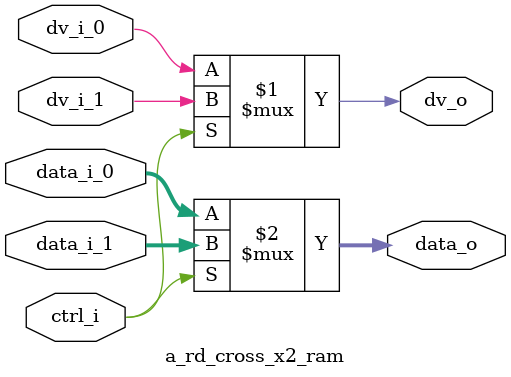
<source format=v>
module a_rd_cross_x2_ram(
                     ctrl_i,

                     data_i_0,
                     data_i_1,

                     dv_i_0,
                     dv_i_1,

                     data_o,
                     dv_o
                     );

input ctrl_i;
input[15:0] data_i_0, data_i_1;
input dv_i_0, dv_i_1;

output[15:0] data_o;
output dv_o;

wire ctrl_i;
wire[15:0] data_i_0, data_i_1;
wire dv_i_0, dv_i_1;

wire[15:0] data_o;
wire dv_o;

assign dv_o = ctrl_i ? dv_i_1 : dv_i_0;
assign data_o = ctrl_i ? data_i_1 : data_i_0;

endmodule

</source>
